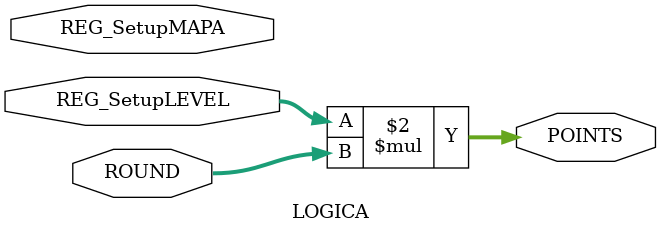
<source format=v>
module LOGICA (
    input wire [1:0] REG_SetupLEVEL, // Nível do jogo (1, 2, 3 ou 4)
    input wire [3:0] ROUND,          // Número de sequências acertadas (0 a 15)
    input wire [1:0] REG_SetupMAPA,  // Sinal adicional (não utilizado na descrição funcional)
    output reg [7:0] POINTS         // Pontuação final (8 bits)
);

    always @* begin
        // Multiplicação do nível pelo número de sequências acertadas
        POINTS = REG_SetupLEVEL * ROUND;
    end

endmodule

</source>
